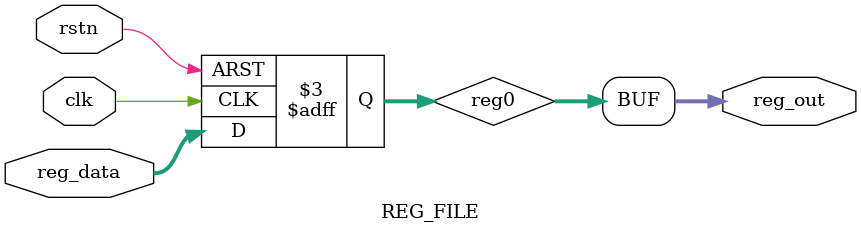
<source format=v>
module REG_FILE(
    input clk,
    input rstn,
    input [31:0] reg_data,
    output [31:0]reg_out
  );
  reg [31:0] reg0;
  assign reg_out=reg0;
  always@(posedge clk or negedge rstn)
  begin
    if(~rstn)
    begin
      reg0<=32'd0;
    end
    else
    begin
      reg0<=reg_data;
    end
  end

endmodule

</source>
